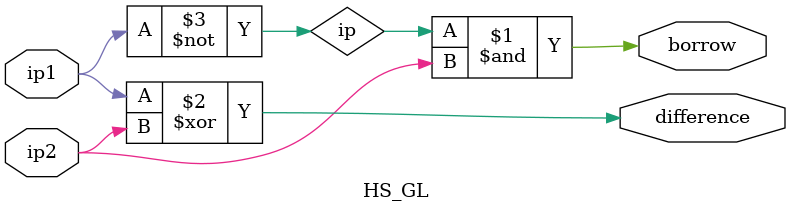
<source format=v>
`timescale 1ns / 1ps

module HS_GL(ip1,ip2,borrow,difference);

    input ip1,ip2;
    output borrow,difference;
    wire ip;
    not n1(ip,ip1);
    and a1(borrow,ip,ip2);
    xor x1(difference,ip1,ip2);

endmodule
</source>
